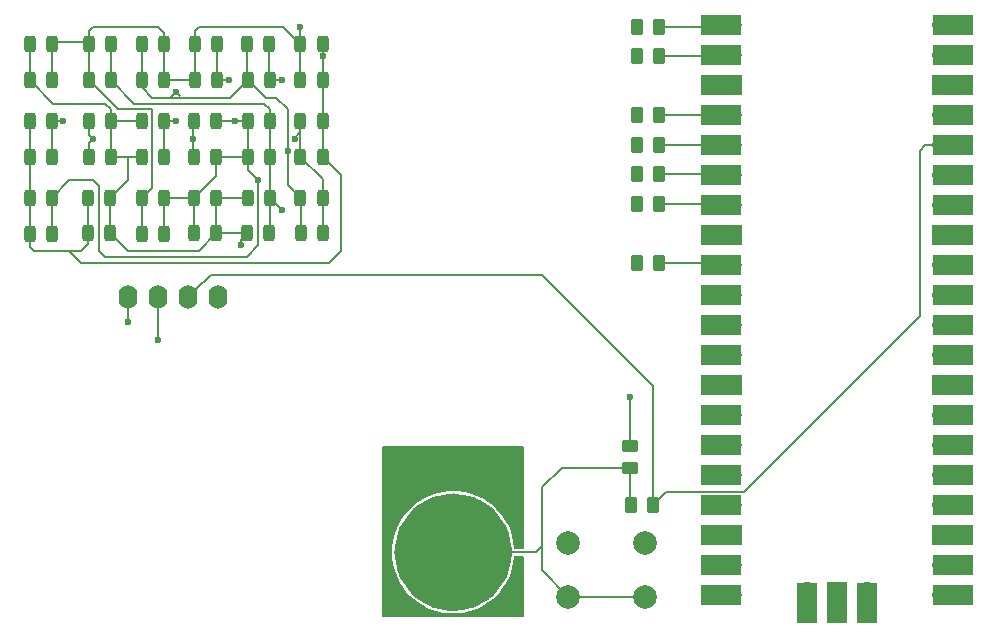
<source format=gbr>
%TF.GenerationSoftware,KiCad,Pcbnew,8.0.1*%
%TF.CreationDate,2024-05-11T19:31:04-03:00*%
%TF.ProjectId,business-card-pi-pico,62757369-6e65-4737-932d-636172642d70,rev?*%
%TF.SameCoordinates,Original*%
%TF.FileFunction,Copper,L1,Top*%
%TF.FilePolarity,Positive*%
%FSLAX46Y46*%
G04 Gerber Fmt 4.6, Leading zero omitted, Abs format (unit mm)*
G04 Created by KiCad (PCBNEW 8.0.1) date 2024-05-11 19:31:04*
%MOMM*%
%LPD*%
G01*
G04 APERTURE LIST*
G04 Aperture macros list*
%AMRoundRect*
0 Rectangle with rounded corners*
0 $1 Rounding radius*
0 $2 $3 $4 $5 $6 $7 $8 $9 X,Y pos of 4 corners*
0 Add a 4 corners polygon primitive as box body*
4,1,4,$2,$3,$4,$5,$6,$7,$8,$9,$2,$3,0*
0 Add four circle primitives for the rounded corners*
1,1,$1+$1,$2,$3*
1,1,$1+$1,$4,$5*
1,1,$1+$1,$6,$7*
1,1,$1+$1,$8,$9*
0 Add four rect primitives between the rounded corners*
20,1,$1+$1,$2,$3,$4,$5,0*
20,1,$1+$1,$4,$5,$6,$7,0*
20,1,$1+$1,$6,$7,$8,$9,0*
20,1,$1+$1,$8,$9,$2,$3,0*%
G04 Aperture macros list end*
%TA.AperFunction,Conductor*%
%ADD10C,4.974429*%
%TD*%
%TA.AperFunction,SMDPad,CuDef*%
%ADD11RoundRect,0.243750X-0.243750X-0.456250X0.243750X-0.456250X0.243750X0.456250X-0.243750X0.456250X0*%
%TD*%
%TA.AperFunction,SMDPad,CuDef*%
%ADD12RoundRect,0.250000X0.262500X0.450000X-0.262500X0.450000X-0.262500X-0.450000X0.262500X-0.450000X0*%
%TD*%
%TA.AperFunction,SMDPad,CuDef*%
%ADD13RoundRect,0.243750X0.243750X0.456250X-0.243750X0.456250X-0.243750X-0.456250X0.243750X-0.456250X0*%
%TD*%
%TA.AperFunction,SMDPad,CuDef*%
%ADD14RoundRect,0.250000X-0.262500X-0.450000X0.262500X-0.450000X0.262500X0.450000X-0.262500X0.450000X0*%
%TD*%
%TA.AperFunction,ComponentPad*%
%ADD15C,2.000000*%
%TD*%
%TA.AperFunction,ComponentPad*%
%ADD16O,1.600000X2.000000*%
%TD*%
%TA.AperFunction,SMDPad,CuDef*%
%ADD17RoundRect,0.250000X0.450000X-0.262500X0.450000X0.262500X-0.450000X0.262500X-0.450000X-0.262500X0*%
%TD*%
%TA.AperFunction,ComponentPad*%
%ADD18O,1.700000X1.700000*%
%TD*%
%TA.AperFunction,SMDPad,CuDef*%
%ADD19R,3.500000X1.700000*%
%TD*%
%TA.AperFunction,ComponentPad*%
%ADD20R,1.700000X1.700000*%
%TD*%
%TA.AperFunction,SMDPad,CuDef*%
%ADD21R,1.700000X3.500000*%
%TD*%
%TA.AperFunction,ViaPad*%
%ADD22C,0.600000*%
%TD*%
%TA.AperFunction,Conductor*%
%ADD23C,0.200000*%
%TD*%
G04 APERTURE END LIST*
%TO.N,Net-(R8-Pad1)*%
D10*
X141987214Y-100500000D02*
G75*
G02*
X137012786Y-100500000I-2487214J0D01*
G01*
X137012786Y-100500000D02*
G75*
G02*
X141987214Y-100500000I2487214J0D01*
G01*
%TD*%
D11*
%TO.P,D27,1,K*%
%TO.N,Net-(D12-A)*%
X108625000Y-63960000D03*
%TO.P,D27,2,A*%
%TO.N,Net-(D11-K)*%
X110500000Y-63960000D03*
%TD*%
%TO.P,D33,1,K*%
%TO.N,Net-(D1-K)*%
X103625000Y-63960000D03*
%TO.P,D33,2,A*%
%TO.N,Net-(D17-K)*%
X105500000Y-63960000D03*
%TD*%
D12*
%TO.P,R1,1*%
%TO.N,pin1*%
X156912500Y-56000000D03*
%TO.P,R1,2*%
%TO.N,Net-(D1-A)*%
X155087500Y-56000000D03*
%TD*%
D11*
%TO.P,D5,1,K*%
%TO.N,Net-(D17-K)*%
X126562500Y-70500000D03*
%TO.P,D5,2,A*%
%TO.N,Net-(D12-A)*%
X128437500Y-70500000D03*
%TD*%
D13*
%TO.P,D1,1,K*%
%TO.N,Net-(D1-K)*%
X128437500Y-57500000D03*
%TO.P,D1,2,A*%
%TO.N,Net-(D1-A)*%
X126562500Y-57500000D03*
%TD*%
D11*
%TO.P,D12,1,K*%
%TO.N,Net-(D1-A)*%
X117625000Y-57500000D03*
%TO.P,D12,2,A*%
%TO.N,Net-(D12-A)*%
X119500000Y-57500000D03*
%TD*%
D13*
%TO.P,D16,1,K*%
%TO.N,Net-(D10-K)*%
X119437500Y-67040000D03*
%TO.P,D16,2,A*%
%TO.N,Net-(D12-A)*%
X117562500Y-67040000D03*
%TD*%
%TO.P,D4,1,K*%
%TO.N,Net-(D1-K)*%
X128437500Y-67000000D03*
%TO.P,D4,2,A*%
%TO.N,Net-(D12-A)*%
X126562500Y-67000000D03*
%TD*%
%TO.P,D7,1,K*%
%TO.N,Net-(D10-K)*%
X123937500Y-57500000D03*
%TO.P,D7,2,A*%
%TO.N,Net-(D17-K)*%
X122062500Y-57500000D03*
%TD*%
%TO.P,D6,1,K*%
%TO.N,Net-(D12-A)*%
X128500000Y-73500000D03*
%TO.P,D6,2,A*%
%TO.N,Net-(D17-K)*%
X126625000Y-73500000D03*
%TD*%
%TO.P,D14,1,K*%
%TO.N,Net-(D12-A)*%
X119500000Y-60500000D03*
%TO.P,D14,2,A*%
%TO.N,Net-(D1-A)*%
X117625000Y-60500000D03*
%TD*%
%TO.P,D22,1,K*%
%TO.N,Net-(D11-K)*%
X119437500Y-73500000D03*
%TO.P,D22,2,A*%
%TO.N,Net-(D10-K)*%
X117562500Y-73500000D03*
%TD*%
D14*
%TO.P,R8,1*%
%TO.N,Net-(R8-Pad1)*%
X154587500Y-96500000D03*
%TO.P,R8,2*%
%TO.N,3V3*%
X156412500Y-96500000D03*
%TD*%
D11*
%TO.P,D35,1,K*%
%TO.N,Net-(D1-K)*%
X103625000Y-70500000D03*
%TO.P,D35,2,A*%
%TO.N,Net-(D10-K)*%
X105500000Y-70500000D03*
%TD*%
D15*
%TO.P,SW1,1,1*%
%TO.N,GND*%
X149250000Y-99750000D03*
X155750000Y-99750000D03*
%TO.P,SW1,2,2*%
%TO.N,Net-(R8-Pad1)*%
X149250000Y-104250000D03*
X155750000Y-104250000D03*
%TD*%
D12*
%TO.P,R3,1*%
%TO.N,pin3*%
X156912500Y-63500000D03*
%TO.P,R3,2*%
%TO.N,Net-(D12-A)*%
X155087500Y-63500000D03*
%TD*%
D13*
%TO.P,D30,1,K*%
%TO.N,Net-(D11-K)*%
X110437500Y-73500000D03*
%TO.P,D30,2,A*%
%TO.N,Net-(D1-K)*%
X108562500Y-73500000D03*
%TD*%
%TO.P,D9,1,K*%
%TO.N,Net-(D10-A)*%
X124000000Y-64000000D03*
%TO.P,D9,2,A*%
%TO.N,Net-(D10-K)*%
X122125000Y-64000000D03*
%TD*%
D12*
%TO.P,R4,1*%
%TO.N,pin4*%
X156912500Y-66000000D03*
%TO.P,R4,2*%
%TO.N,Net-(D17-K)*%
X155087500Y-66000000D03*
%TD*%
D16*
%TO.P,J1,1,Pin_1*%
%TO.N,SDA*%
X111960000Y-78900000D03*
%TO.P,J1,2,Pin_2*%
%TO.N,SCL*%
X114500000Y-78900000D03*
%TO.P,J1,3,Pin_3*%
%TO.N,3V3*%
X117040000Y-78900000D03*
%TO.P,J1,4,Pin_4*%
%TO.N,GND*%
X119580000Y-78900000D03*
%TD*%
D13*
%TO.P,D36,1,K*%
%TO.N,Net-(D10-K)*%
X105500000Y-73540000D03*
%TO.P,D36,2,A*%
%TO.N,Net-(D1-K)*%
X103625000Y-73540000D03*
%TD*%
%TO.P,D23,1,K*%
%TO.N,Net-(D1-A)*%
X115000000Y-57500000D03*
%TO.P,D23,2,A*%
%TO.N,Net-(D17-K)*%
X113125000Y-57500000D03*
%TD*%
%TO.P,D17,1,K*%
%TO.N,Net-(D17-K)*%
X115000000Y-64000000D03*
%TO.P,D17,2,A*%
%TO.N,Net-(D11-K)*%
X113125000Y-64000000D03*
%TD*%
D11*
%TO.P,D8,1,K*%
%TO.N,Net-(D17-K)*%
X122125000Y-60500000D03*
%TO.P,D8,2,A*%
%TO.N,Net-(D10-K)*%
X124000000Y-60500000D03*
%TD*%
D13*
%TO.P,D34,1,K*%
%TO.N,Net-(D17-K)*%
X105500000Y-67000000D03*
%TO.P,D34,2,A*%
%TO.N,Net-(D1-K)*%
X103625000Y-67000000D03*
%TD*%
D11*
%TO.P,D19,1,K*%
%TO.N,Net-(D1-A)*%
X113125000Y-70500000D03*
%TO.P,D19,2,A*%
%TO.N,Net-(D10-K)*%
X115000000Y-70500000D03*
%TD*%
%TO.P,D10,1,K*%
%TO.N,Net-(D10-K)*%
X122125000Y-67040000D03*
%TO.P,D10,2,A*%
%TO.N,Net-(D10-A)*%
X124000000Y-67040000D03*
%TD*%
D13*
%TO.P,D20,1,K*%
%TO.N,Net-(D10-K)*%
X115000000Y-73540000D03*
%TO.P,D20,2,A*%
%TO.N,Net-(D1-A)*%
X113125000Y-73540000D03*
%TD*%
D12*
%TO.P,R2,1*%
%TO.N,pin2*%
X156912500Y-58500000D03*
%TO.P,R2,2*%
%TO.N,Net-(D1-K)*%
X155087500Y-58500000D03*
%TD*%
%TO.P,R6,1*%
%TO.N,pin6*%
X156912500Y-71000000D03*
%TO.P,R6,2*%
%TO.N,Net-(D10-A)*%
X155087500Y-71000000D03*
%TD*%
D11*
%TO.P,D29,1,K*%
%TO.N,Net-(D1-K)*%
X108562500Y-70500000D03*
%TO.P,D29,2,A*%
%TO.N,Net-(D11-K)*%
X110437500Y-70500000D03*
%TD*%
%TO.P,D21,1,K*%
%TO.N,Net-(D10-K)*%
X117562500Y-70500000D03*
%TO.P,D21,2,A*%
%TO.N,Net-(D11-K)*%
X119437500Y-70500000D03*
%TD*%
D17*
%TO.P,R9,1*%
%TO.N,Net-(R8-Pad1)*%
X154500000Y-93325000D03*
%TO.P,R9,2*%
%TO.N,Capacitive_touch*%
X154500000Y-91500000D03*
%TD*%
D11*
%TO.P,D11,1,K*%
%TO.N,Net-(D11-K)*%
X122125000Y-70500000D03*
%TO.P,D11,2,A*%
%TO.N,Net-(D10-A)*%
X124000000Y-70500000D03*
%TD*%
D13*
%TO.P,D31,1,K*%
%TO.N,Net-(D1-A)*%
X105500000Y-57500000D03*
%TO.P,D31,2,A*%
%TO.N,Net-(D11-K)*%
X103625000Y-57500000D03*
%TD*%
%TO.P,D26,1,K*%
%TO.N,Net-(D10-A)*%
X110500000Y-60500000D03*
%TO.P,D26,2,A*%
%TO.N,Net-(D1-A)*%
X108625000Y-60500000D03*
%TD*%
D11*
%TO.P,D24,1,K*%
%TO.N,Net-(D17-K)*%
X113125000Y-60540000D03*
%TO.P,D24,2,A*%
%TO.N,Net-(D1-A)*%
X115000000Y-60540000D03*
%TD*%
D18*
%TO.P,U1,1,GPIO0*%
%TO.N,pin1*%
X163110000Y-55870000D03*
D19*
X162210000Y-55870000D03*
D18*
%TO.P,U1,2,GPIO1*%
%TO.N,pin2*%
X163110000Y-58410000D03*
D19*
X162210000Y-58410000D03*
D20*
%TO.P,U1,3,GND*%
%TO.N,GND*%
X163110000Y-60950000D03*
D19*
X162210000Y-60950000D03*
D18*
%TO.P,U1,4,GPIO2*%
%TO.N,pin3*%
X163110000Y-63490000D03*
D19*
X162210000Y-63490000D03*
D18*
%TO.P,U1,5,GPIO3*%
%TO.N,pin4*%
X163110000Y-66030000D03*
D19*
X162210000Y-66030000D03*
D18*
%TO.P,U1,6,GPIO4*%
%TO.N,pin5*%
X163110000Y-68570000D03*
D19*
X162210000Y-68570000D03*
D18*
%TO.P,U1,7,GPIO5*%
%TO.N,pin6*%
X163110000Y-71110000D03*
D19*
X162210000Y-71110000D03*
D20*
%TO.P,U1,8,GND*%
%TO.N,GND*%
X163110000Y-73650000D03*
D19*
X162210000Y-73650000D03*
D18*
%TO.P,U1,9,GPIO6*%
%TO.N,pin7*%
X163110000Y-76190000D03*
D19*
X162210000Y-76190000D03*
D18*
%TO.P,U1,10,GPIO7*%
%TO.N,Capacitive_touch*%
X163110000Y-78730000D03*
D19*
X162210000Y-78730000D03*
D18*
%TO.P,U1,11,GPIO8*%
%TO.N,unconnected-(U1-GPIO8-Pad11)*%
X163110000Y-81270000D03*
D19*
X162210000Y-81270000D03*
D18*
%TO.P,U1,12,GPIO9*%
%TO.N,unconnected-(U1-GPIO9-Pad12)*%
X163110000Y-83810000D03*
D19*
X162210000Y-83810000D03*
D20*
%TO.P,U1,13,GND*%
%TO.N,GND*%
X163110000Y-86350000D03*
D19*
X162210000Y-86350000D03*
D18*
%TO.P,U1,14,GPIO10*%
%TO.N,SDA*%
X163110000Y-88890000D03*
D19*
X162210000Y-88890000D03*
D18*
%TO.P,U1,15,GPIO11*%
%TO.N,SCL*%
X163110000Y-91430000D03*
D19*
X162210000Y-91430000D03*
D18*
%TO.P,U1,16,GPIO12*%
%TO.N,unconnected-(U1-GPIO12-Pad16)*%
X163110000Y-93970000D03*
D19*
X162210000Y-93970000D03*
D18*
%TO.P,U1,17,GPIO13*%
%TO.N,unconnected-(U1-GPIO13-Pad17)*%
X163110000Y-96510000D03*
D19*
X162210000Y-96510000D03*
D20*
%TO.P,U1,18,GND*%
%TO.N,GND*%
X163110000Y-99050000D03*
D19*
X162210000Y-99050000D03*
D18*
%TO.P,U1,19,GPIO14*%
%TO.N,unconnected-(U1-GPIO14-Pad19)*%
X163110000Y-101590000D03*
D19*
X162210000Y-101590000D03*
D18*
%TO.P,U1,20,GPIO15*%
%TO.N,unconnected-(U1-GPIO15-Pad20)*%
X163110000Y-104130000D03*
D19*
X162210000Y-104130000D03*
D18*
%TO.P,U1,21,GPIO16*%
%TO.N,unconnected-(U1-GPIO16-Pad21)*%
X180890000Y-104130000D03*
D19*
X181790000Y-104130000D03*
D18*
%TO.P,U1,22,GPIO17*%
%TO.N,unconnected-(U1-GPIO17-Pad22)*%
X180890000Y-101590000D03*
D19*
X181790000Y-101590000D03*
D20*
%TO.P,U1,23,GND*%
%TO.N,GND*%
X180890000Y-99050000D03*
D19*
X181790000Y-99050000D03*
D18*
%TO.P,U1,24,GPIO18*%
%TO.N,unconnected-(U1-GPIO18-Pad24)*%
X180890000Y-96510000D03*
D19*
X181790000Y-96510000D03*
D18*
%TO.P,U1,25,GPIO19*%
%TO.N,unconnected-(U1-GPIO19-Pad25)*%
X180890000Y-93970000D03*
D19*
X181790000Y-93970000D03*
D18*
%TO.P,U1,26,GPIO20*%
%TO.N,unconnected-(U1-GPIO20-Pad26)*%
X180890000Y-91430000D03*
D19*
X181790000Y-91430000D03*
D18*
%TO.P,U1,27,GPIO21*%
%TO.N,unconnected-(U1-GPIO21-Pad27)*%
X180890000Y-88890000D03*
D19*
X181790000Y-88890000D03*
D20*
%TO.P,U1,28,GND*%
%TO.N,GND*%
X180890000Y-86350000D03*
D19*
X181790000Y-86350000D03*
D18*
%TO.P,U1,29,GPIO22*%
%TO.N,unconnected-(U1-GPIO22-Pad29)*%
X180890000Y-83810000D03*
D19*
X181790000Y-83810000D03*
D18*
%TO.P,U1,30,RUN*%
%TO.N,unconnected-(U1-RUN-Pad30)*%
X180890000Y-81270000D03*
D19*
X181790000Y-81270000D03*
D18*
%TO.P,U1,31,GPIO26_ADC0*%
%TO.N,unconnected-(U1-GPIO26_ADC0-Pad31)*%
X180890000Y-78730000D03*
D19*
X181790000Y-78730000D03*
D18*
%TO.P,U1,32,GPIO27_ADC1*%
%TO.N,unconnected-(U1-GPIO27_ADC1-Pad32)*%
X180890000Y-76190000D03*
D19*
X181790000Y-76190000D03*
D20*
%TO.P,U1,33,AGND*%
%TO.N,unconnected-(U1-AGND-Pad33)*%
X180890000Y-73650000D03*
D19*
X181790000Y-73650000D03*
D18*
%TO.P,U1,34,GPIO28_ADC2*%
%TO.N,unconnected-(U1-GPIO28_ADC2-Pad34)*%
X180890000Y-71110000D03*
D19*
X181790000Y-71110000D03*
D18*
%TO.P,U1,35,ADC_VREF*%
%TO.N,unconnected-(U1-ADC_VREF-Pad35)*%
X180890000Y-68570000D03*
D19*
X181790000Y-68570000D03*
D18*
%TO.P,U1,36,3V3*%
%TO.N,3V3*%
X180890000Y-66030000D03*
D19*
X181790000Y-66030000D03*
D18*
%TO.P,U1,37,3V3_EN*%
%TO.N,unconnected-(U1-3V3_EN-Pad37)*%
X180890000Y-63490000D03*
D19*
X181790000Y-63490000D03*
D20*
%TO.P,U1,38,GND*%
%TO.N,GND*%
X180890000Y-60950000D03*
D19*
X181790000Y-60950000D03*
D18*
%TO.P,U1,39,VSYS*%
%TO.N,unconnected-(U1-VSYS-Pad39)*%
X180890000Y-58410000D03*
D19*
X181790000Y-58410000D03*
D18*
%TO.P,U1,40,VBUS*%
%TO.N,unconnected-(U1-VBUS-Pad40)*%
X180890000Y-55870000D03*
D19*
X181790000Y-55870000D03*
D18*
%TO.P,U1,41,SWCLK*%
%TO.N,unconnected-(U1-SWCLK-Pad41)*%
X169460000Y-103900000D03*
D21*
X169460000Y-104800000D03*
D20*
%TO.P,U1,42,GND*%
%TO.N,GND*%
X172000000Y-103900000D03*
D21*
X172000000Y-104800000D03*
D18*
%TO.P,U1,43,SWDIO*%
%TO.N,unconnected-(U1-SWDIO-Pad43)*%
X174540000Y-103900000D03*
D21*
X174540000Y-104800000D03*
%TD*%
D11*
%TO.P,D2,1,K*%
%TO.N,Net-(D1-A)*%
X126562500Y-60500000D03*
%TO.P,D2,2,A*%
%TO.N,Net-(D1-K)*%
X128437500Y-60500000D03*
%TD*%
%TO.P,D18,1,K*%
%TO.N,Net-(D11-K)*%
X113125000Y-67040000D03*
%TO.P,D18,2,A*%
%TO.N,Net-(D17-K)*%
X115000000Y-67040000D03*
%TD*%
D12*
%TO.P,R5,1*%
%TO.N,pin5*%
X156912500Y-68500000D03*
%TO.P,R5,2*%
%TO.N,Net-(D10-K)*%
X155087500Y-68500000D03*
%TD*%
D11*
%TO.P,D32,1,K*%
%TO.N,Net-(D11-K)*%
X103625000Y-60500000D03*
%TO.P,D32,2,A*%
%TO.N,Net-(D1-A)*%
X105500000Y-60500000D03*
%TD*%
%TO.P,D3,1,K*%
%TO.N,Net-(D12-A)*%
X126562500Y-64000000D03*
%TO.P,D3,2,A*%
%TO.N,Net-(D1-K)*%
X128437500Y-64000000D03*
%TD*%
%TO.P,D25,1,K*%
%TO.N,Net-(D1-A)*%
X108625000Y-57460000D03*
%TO.P,D25,2,A*%
%TO.N,Net-(D10-A)*%
X110500000Y-57460000D03*
%TD*%
D13*
%TO.P,D28,1,K*%
%TO.N,Net-(D11-K)*%
X110500000Y-67000000D03*
%TO.P,D28,2,A*%
%TO.N,Net-(D12-A)*%
X108625000Y-67000000D03*
%TD*%
D12*
%TO.P,R7,1*%
%TO.N,pin7*%
X156912500Y-76000000D03*
%TO.P,R7,2*%
%TO.N,Net-(D11-K)*%
X155087500Y-76000000D03*
%TD*%
D13*
%TO.P,D13,1,K*%
%TO.N,Net-(D10-A)*%
X123937500Y-73500000D03*
%TO.P,D13,2,A*%
%TO.N,Net-(D11-K)*%
X122062500Y-73500000D03*
%TD*%
D11*
%TO.P,D15,1,K*%
%TO.N,Net-(D12-A)*%
X117562500Y-64000000D03*
%TO.P,D15,2,A*%
%TO.N,Net-(D10-K)*%
X119437500Y-64000000D03*
%TD*%
D22*
%TO.N,Capacitive_touch*%
X154432000Y-87376000D03*
%TO.N,SDA*%
X112000000Y-81000000D03*
%TO.N,SCL*%
X114500000Y-82500000D03*
%TO.N,Net-(D1-K)*%
X155087500Y-58500000D03*
%TO.N,Net-(D1-A)*%
X155087500Y-56000000D03*
%TO.N,Net-(D11-K)*%
X155087500Y-76000000D03*
%TO.N,Net-(D10-A)*%
X155087500Y-71000000D03*
%TO.N,Net-(D10-K)*%
X155087500Y-68500000D03*
%TO.N,Net-(D17-K)*%
X155000000Y-66000000D03*
%TO.N,Net-(D12-A)*%
X155087500Y-63500000D03*
%TO.N,Net-(D1-K)*%
X128437500Y-58500000D03*
%TO.N,Net-(D1-A)*%
X126500000Y-56000000D03*
%TO.N,Net-(D17-K)*%
X125500000Y-66500000D03*
%TO.N,Net-(D10-K)*%
X123000000Y-69000000D03*
%TO.N,Net-(D10-A)*%
X125000000Y-71500000D03*
%TO.N,Net-(D11-K)*%
X121500000Y-74500000D03*
%TO.N,Net-(D12-A)*%
X126100000Y-65500000D03*
X120500000Y-60500000D03*
X117500000Y-65500000D03*
X109000000Y-65500000D03*
%TO.N,Net-(D17-K)*%
X116000000Y-61500000D03*
X116000000Y-64000000D03*
X106460000Y-63960000D03*
%TO.N,Net-(D10-K)*%
X125000000Y-60500000D03*
X121000000Y-64000000D03*
%TO.N,GND*%
X134000000Y-105500000D03*
X134000000Y-92000000D03*
X134000000Y-94500000D03*
X145000000Y-105500000D03*
X145000000Y-92000000D03*
X145000000Y-94500000D03*
%TD*%
D23*
%TO.N,Capacitive_touch*%
X154500000Y-87444000D02*
X154432000Y-87376000D01*
X154500000Y-91500000D02*
X154500000Y-87444000D01*
%TO.N,SCL*%
X114500000Y-78900000D02*
X114500000Y-82500000D01*
X114500000Y-82500000D02*
X114500000Y-79491848D01*
%TO.N,SDA*%
X111960000Y-80960000D02*
X112000000Y-81000000D01*
X111960000Y-78900000D02*
X111960000Y-80960000D01*
%TO.N,3V3*%
X156412500Y-86412500D02*
X156412500Y-96500000D01*
X119000000Y-77000000D02*
X147000000Y-77000000D01*
X147000000Y-77000000D02*
X156412500Y-86412500D01*
X118340000Y-77600000D02*
X118400000Y-77600000D01*
X117040000Y-78900000D02*
X118340000Y-77600000D01*
X118400000Y-77600000D02*
X119000000Y-77000000D01*
%TO.N,pin7*%
X162920000Y-76000000D02*
X163110000Y-76190000D01*
X156912500Y-76000000D02*
X162920000Y-76000000D01*
%TO.N,pin6*%
X163000000Y-71000000D02*
X163110000Y-71110000D01*
X156912500Y-71000000D02*
X163000000Y-71000000D01*
%TO.N,pin5*%
X163040000Y-68500000D02*
X163110000Y-68570000D01*
X156912500Y-68500000D02*
X163040000Y-68500000D01*
%TO.N,pin4*%
X163080000Y-66000000D02*
X163110000Y-66030000D01*
X156912500Y-66000000D02*
X163080000Y-66000000D01*
%TO.N,pin3*%
X163100000Y-63500000D02*
X163110000Y-63490000D01*
X156912500Y-63500000D02*
X163100000Y-63500000D01*
%TO.N,pin2*%
X163020000Y-58500000D02*
X163110000Y-58410000D01*
X156912500Y-58500000D02*
X163020000Y-58500000D01*
%TO.N,pin1*%
X162980000Y-56000000D02*
X163110000Y-55870000D01*
X156912500Y-56000000D02*
X162980000Y-56000000D01*
%TO.N,Net-(D1-K)*%
X128437500Y-57500000D02*
X128437500Y-67000000D01*
%TO.N,Net-(D1-A)*%
X126562500Y-57500000D02*
X126562500Y-56062500D01*
X126562500Y-56062500D02*
X126500000Y-56000000D01*
%TO.N,Net-(D17-K)*%
X125500000Y-69437500D02*
X125500000Y-66500000D01*
X126562500Y-70500000D02*
X125500000Y-69437500D01*
X125500000Y-63000000D02*
X125500000Y-66500000D01*
%TO.N,Net-(D10-K)*%
X122125000Y-68125000D02*
X123000000Y-69000000D01*
X122125000Y-67040000D02*
X122125000Y-68125000D01*
%TO.N,Net-(D10-A)*%
X124000000Y-70500000D02*
X125000000Y-71500000D01*
%TO.N,Net-(D11-K)*%
X121500000Y-74062500D02*
X121500000Y-74500000D01*
X122062500Y-73500000D02*
X121500000Y-74062500D01*
%TO.N,Net-(D10-K)*%
X123937500Y-57500000D02*
X123937500Y-60437500D01*
X123937500Y-60437500D02*
X124000000Y-60500000D01*
%TO.N,Net-(D12-A)*%
X126000000Y-65500000D02*
X126100000Y-65500000D01*
X126562500Y-64937500D02*
X126000000Y-65500000D01*
X126562500Y-64000000D02*
X126562500Y-64937500D01*
X119500000Y-60500000D02*
X120500000Y-60500000D01*
X119500000Y-57500000D02*
X119500000Y-60500000D01*
X117500000Y-64062500D02*
X117562500Y-64000000D01*
X117500000Y-65500000D02*
X117500000Y-64062500D01*
X117500000Y-66977500D02*
X117562500Y-67040000D01*
X117500000Y-65500000D02*
X117500000Y-66977500D01*
X108625000Y-65125000D02*
X109000000Y-65500000D01*
X108625000Y-63960000D02*
X108625000Y-65125000D01*
X108625000Y-65875000D02*
X109000000Y-65500000D01*
X108625000Y-67000000D02*
X108625000Y-65875000D01*
%TO.N,Net-(D17-K)*%
X116000000Y-61500000D02*
X116400000Y-61900000D01*
X115500000Y-62000000D02*
X116000000Y-61500000D01*
X115500000Y-62000000D02*
X114000000Y-62000000D01*
X120625000Y-62000000D02*
X115500000Y-62000000D01*
X115000000Y-64000000D02*
X116000000Y-64000000D01*
X106500000Y-64000000D02*
X106460000Y-63960000D01*
X105500000Y-63960000D02*
X106460000Y-63960000D01*
%TO.N,Net-(D1-A)*%
X111125000Y-63000000D02*
X108625000Y-60500000D01*
X114000000Y-63000000D02*
X111125000Y-63000000D01*
X114000000Y-69625000D02*
X114000000Y-63000000D01*
X113125000Y-70500000D02*
X114000000Y-69625000D01*
X113125000Y-73540000D02*
X113125000Y-70500000D01*
%TO.N,Net-(D12-A)*%
X126562500Y-67000000D02*
X126562500Y-64000000D01*
X128437500Y-68875000D02*
X126562500Y-67000000D01*
X128437500Y-70500000D02*
X128437500Y-68875000D01*
X128500000Y-70562500D02*
X128437500Y-70500000D01*
X128500000Y-73500000D02*
X128500000Y-70562500D01*
%TO.N,Net-(D10-K)*%
X124000000Y-60500000D02*
X125000000Y-60500000D01*
X122125000Y-64000000D02*
X121000000Y-64000000D01*
X121000000Y-64000000D02*
X119437500Y-64000000D01*
X122125000Y-67040000D02*
X122125000Y-64000000D01*
X122125000Y-67040000D02*
X119437500Y-67040000D01*
X119437500Y-68625000D02*
X119437500Y-67040000D01*
X117562500Y-70500000D02*
X119437500Y-68625000D01*
X115000000Y-70500000D02*
X117562500Y-70500000D01*
X117562500Y-73500000D02*
X117562500Y-70500000D01*
X115000000Y-70500000D02*
X115000000Y-73540000D01*
X123000000Y-74500000D02*
X123000000Y-69000000D01*
X122000000Y-75500000D02*
X123000000Y-74500000D01*
X110000000Y-75500000D02*
X122000000Y-75500000D01*
X109500000Y-75000000D02*
X110000000Y-75500000D01*
X109500000Y-69500000D02*
X109500000Y-75000000D01*
X109000000Y-69000000D02*
X109500000Y-69500000D01*
X107000000Y-69000000D02*
X109000000Y-69000000D01*
X105500000Y-70500000D02*
X107000000Y-69000000D01*
X105500000Y-73540000D02*
X105500000Y-70500000D01*
%TO.N,Net-(D11-K)*%
X117937500Y-75000000D02*
X119437500Y-73500000D01*
X111937500Y-75000000D02*
X117937500Y-75000000D01*
X110437500Y-73500000D02*
X111937500Y-75000000D01*
%TO.N,Net-(D17-K)*%
X114000000Y-62000000D02*
X113125000Y-61125000D01*
X113125000Y-61125000D02*
X113125000Y-60540000D01*
X122125000Y-60500000D02*
X120625000Y-62000000D01*
X113125000Y-57500000D02*
X113125000Y-60540000D01*
X115000000Y-64000000D02*
X115000000Y-67040000D01*
X105500000Y-63960000D02*
X105500000Y-67000000D01*
X126625000Y-70562500D02*
X126562500Y-70500000D01*
X126625000Y-73500000D02*
X126625000Y-70562500D01*
X123625000Y-62000000D02*
X124500000Y-62000000D01*
X122125000Y-60500000D02*
X123625000Y-62000000D01*
X124500000Y-62000000D02*
X125500000Y-63000000D01*
X122062500Y-60437500D02*
X122125000Y-60500000D01*
X122062500Y-57500000D02*
X122062500Y-60437500D01*
%TO.N,Net-(D1-K)*%
X108000000Y-76000000D02*
X107000000Y-75000000D01*
X129000000Y-76000000D02*
X108000000Y-76000000D01*
X130000000Y-75000000D02*
X129000000Y-76000000D01*
X128437500Y-67000000D02*
X130000000Y-68562500D01*
X130000000Y-68562500D02*
X130000000Y-75000000D01*
X107000000Y-75000000D02*
X108000000Y-75000000D01*
X104000000Y-75000000D02*
X107000000Y-75000000D01*
X108000000Y-75000000D02*
X108562500Y-74437500D01*
X108562500Y-74437500D02*
X108562500Y-70500000D01*
X103625000Y-74625000D02*
X104000000Y-75000000D01*
X103625000Y-73540000D02*
X103625000Y-74625000D01*
X103625000Y-63960000D02*
X103625000Y-73540000D01*
%TO.N,Net-(D10-A)*%
X124000000Y-73437500D02*
X123937500Y-73500000D01*
X124000000Y-64000000D02*
X124000000Y-73437500D01*
X112500000Y-62500000D02*
X123500000Y-62500000D01*
X124000000Y-63000000D02*
X124000000Y-64000000D01*
X110500000Y-60500000D02*
X112500000Y-62500000D01*
X123500000Y-62500000D02*
X124000000Y-63000000D01*
X110500000Y-57460000D02*
X110500000Y-60500000D01*
%TO.N,Net-(D11-K)*%
X103625000Y-57500000D02*
X103625000Y-60500000D01*
X119437500Y-70500000D02*
X119437500Y-73500000D01*
X122125000Y-70500000D02*
X119437500Y-70500000D01*
X122062500Y-73500000D02*
X119437500Y-73500000D01*
X110437500Y-70500000D02*
X110437500Y-73500000D01*
X112000000Y-68937500D02*
X112000000Y-67040000D01*
X110437500Y-70500000D02*
X112000000Y-68937500D01*
X112000000Y-67040000D02*
X110540000Y-67040000D01*
X113125000Y-67040000D02*
X112000000Y-67040000D01*
X110500000Y-67000000D02*
X110500000Y-63960000D01*
X110540000Y-67040000D02*
X110500000Y-67000000D01*
X111000000Y-64000000D02*
X113125000Y-64000000D01*
X110960000Y-63960000D02*
X111000000Y-64000000D01*
X110500000Y-63960000D02*
X110960000Y-63960000D01*
X110500000Y-63000000D02*
X110500000Y-63960000D01*
X110000000Y-62500000D02*
X110500000Y-63000000D01*
X105625000Y-62500000D02*
X110000000Y-62500000D01*
X103625000Y-60500000D02*
X105625000Y-62500000D01*
%TO.N,Net-(D1-A)*%
X117625000Y-56375000D02*
X117625000Y-57500000D01*
X118000000Y-56000000D02*
X117625000Y-56375000D01*
X125062500Y-56000000D02*
X118000000Y-56000000D01*
X126562500Y-57500000D02*
X125062500Y-56000000D01*
X126562500Y-60500000D02*
X126562500Y-57500000D01*
X117625000Y-60500000D02*
X117625000Y-57500000D01*
X117625000Y-60500000D02*
X115040000Y-60500000D01*
X115040000Y-60500000D02*
X115000000Y-60540000D01*
X115000000Y-57500000D02*
X115000000Y-60540000D01*
X109000000Y-56000000D02*
X108625000Y-56375000D01*
X114500000Y-56000000D02*
X109000000Y-56000000D01*
X115000000Y-56500000D02*
X114500000Y-56000000D01*
X108625000Y-56375000D02*
X108625000Y-57460000D01*
X115000000Y-57500000D02*
X115000000Y-56500000D01*
X108000000Y-57300000D02*
X108465000Y-57300000D01*
X105500000Y-57300000D02*
X108000000Y-57300000D01*
X108625000Y-60500000D02*
X108625000Y-57460000D01*
X105500000Y-60340000D02*
X105500000Y-57300000D01*
X108465000Y-57300000D02*
X108625000Y-57460000D01*
%TO.N,3V3*%
X179000000Y-66500000D02*
X179470000Y-66030000D01*
X157552500Y-95360000D02*
X164140000Y-95360000D01*
X164140000Y-95360000D02*
X179000000Y-80500000D01*
X179000000Y-80500000D02*
X179000000Y-66500000D01*
X156412500Y-96500000D02*
X157552500Y-95360000D01*
X179470000Y-66030000D02*
X180890000Y-66030000D01*
%TO.N,Net-(R8-Pad1)*%
X154500000Y-93325000D02*
X154500000Y-96412500D01*
X139500000Y-100500000D02*
X146500000Y-100500000D01*
X155750000Y-104250000D02*
X149250000Y-104250000D01*
X147000000Y-102000000D02*
X147000000Y-100000000D01*
X149250000Y-104250000D02*
X147000000Y-102000000D01*
X148675000Y-93325000D02*
X154500000Y-93325000D01*
X146500000Y-100500000D02*
X147000000Y-100000000D01*
X147000000Y-95000000D02*
X148675000Y-93325000D01*
X147000000Y-100000000D02*
X147000000Y-95000000D01*
X154500000Y-96412500D02*
X154587500Y-96500000D01*
%TD*%
%TA.AperFunction,Conductor*%
%TO.N,GND*%
G36*
X145443039Y-91519685D02*
G01*
X145488794Y-91572489D01*
X145500000Y-91624000D01*
X145500000Y-100075500D01*
X145480315Y-100142539D01*
X145427511Y-100188294D01*
X145376000Y-100199500D01*
X144785443Y-100199500D01*
X144718404Y-100179815D01*
X144672649Y-100127011D01*
X144661561Y-100080909D01*
X144660148Y-100048547D01*
X144660148Y-100048546D01*
X144601165Y-99600527D01*
X144503360Y-99159354D01*
X144367475Y-98728384D01*
X144194547Y-98310897D01*
X144194545Y-98310892D01*
X143985894Y-97910080D01*
X143985892Y-97910077D01*
X143985889Y-97910071D01*
X143743092Y-97528955D01*
X143743089Y-97528950D01*
X143468007Y-97170457D01*
X143468005Y-97170455D01*
X143468002Y-97170451D01*
X143162713Y-96837287D01*
X142829549Y-96531998D01*
X142829544Y-96531994D01*
X142829542Y-96531992D01*
X142471049Y-96256910D01*
X142243660Y-96112048D01*
X142089930Y-96014111D01*
X142089926Y-96014109D01*
X142089920Y-96014105D01*
X141689107Y-95805454D01*
X141271632Y-95632531D01*
X141271619Y-95632526D01*
X141271616Y-95632525D01*
X140840646Y-95496640D01*
X140512131Y-95423810D01*
X140399469Y-95398834D01*
X140399460Y-95398833D01*
X139951452Y-95339851D01*
X139500000Y-95320141D01*
X139048547Y-95339851D01*
X138600539Y-95398833D01*
X138600530Y-95398834D01*
X138267282Y-95472713D01*
X138159354Y-95496640D01*
X137862762Y-95590155D01*
X137728380Y-95632526D01*
X137728367Y-95632531D01*
X137310892Y-95805454D01*
X136910080Y-96014105D01*
X136528950Y-96256910D01*
X136170457Y-96531992D01*
X136170452Y-96531997D01*
X135837287Y-96837286D01*
X135837286Y-96837287D01*
X135531997Y-97170452D01*
X135531992Y-97170457D01*
X135256910Y-97528950D01*
X135014105Y-97910080D01*
X134805454Y-98310892D01*
X134632531Y-98728367D01*
X134632526Y-98728380D01*
X134632525Y-98728384D01*
X134496640Y-99159354D01*
X134496639Y-99159359D01*
X134398834Y-99600530D01*
X134398833Y-99600539D01*
X134339851Y-100048547D01*
X134320141Y-100500000D01*
X134339851Y-100951452D01*
X134398833Y-101399460D01*
X134398835Y-101399473D01*
X134496640Y-101840646D01*
X134632525Y-102271616D01*
X134632526Y-102271619D01*
X134632531Y-102271632D01*
X134805454Y-102689107D01*
X135014105Y-103089920D01*
X135256910Y-103471049D01*
X135531992Y-103829542D01*
X135531994Y-103829544D01*
X135531998Y-103829549D01*
X135837287Y-104162713D01*
X136170451Y-104468002D01*
X136170455Y-104468005D01*
X136170457Y-104468007D01*
X136528950Y-104743089D01*
X136528955Y-104743092D01*
X136910070Y-104985889D01*
X136910076Y-104985892D01*
X136910079Y-104985894D01*
X137310892Y-105194545D01*
X137310897Y-105194547D01*
X137728384Y-105367475D01*
X138159354Y-105503360D01*
X138600527Y-105601165D01*
X139048546Y-105660148D01*
X139500000Y-105679859D01*
X139951454Y-105660148D01*
X140399473Y-105601165D01*
X140840646Y-105503360D01*
X141271616Y-105367475D01*
X141689103Y-105194547D01*
X142089930Y-104985889D01*
X142471045Y-104743092D01*
X142829549Y-104468002D01*
X143162713Y-104162713D01*
X143468002Y-103829549D01*
X143743092Y-103471045D01*
X143985889Y-103089930D01*
X144194547Y-102689103D01*
X144367475Y-102271616D01*
X144503360Y-101840646D01*
X144601165Y-101399473D01*
X144660148Y-100951454D01*
X144661561Y-100919090D01*
X144684151Y-100852974D01*
X144738901Y-100809566D01*
X144785443Y-100800500D01*
X145376000Y-100800500D01*
X145443039Y-100820185D01*
X145488794Y-100872989D01*
X145500000Y-100924500D01*
X145500000Y-105876000D01*
X145480315Y-105943039D01*
X145427511Y-105988794D01*
X145376000Y-106000000D01*
X133624000Y-106000000D01*
X133556961Y-105980315D01*
X133511206Y-105927511D01*
X133500000Y-105876000D01*
X133500000Y-91624000D01*
X133519685Y-91556961D01*
X133572489Y-91511206D01*
X133624000Y-91500000D01*
X145376000Y-91500000D01*
X145443039Y-91519685D01*
G37*
%TD.AperFunction*%
%TD*%
M02*

</source>
